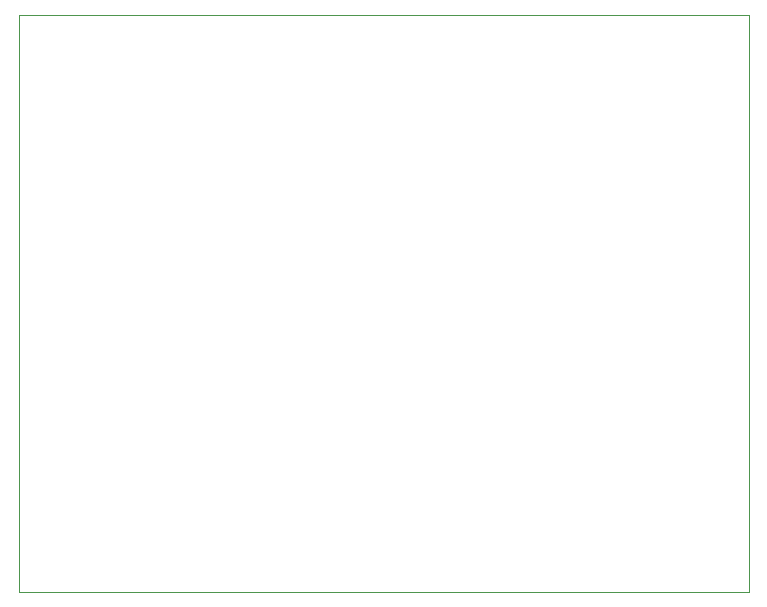
<source format=gbr>
%TF.GenerationSoftware,KiCad,Pcbnew,(5.1.10)-1*%
%TF.CreationDate,2021-09-09T10:08:14-05:00*%
%TF.ProjectId,ControlMotores,436f6e74-726f-46c4-9d6f-746f7265732e,rev?*%
%TF.SameCoordinates,PX6bac358PY737c164*%
%TF.FileFunction,Profile,NP*%
%FSLAX46Y46*%
G04 Gerber Fmt 4.6, Leading zero omitted, Abs format (unit mm)*
G04 Created by KiCad (PCBNEW (5.1.10)-1) date 2021-09-09 10:08:14*
%MOMM*%
%LPD*%
G01*
G04 APERTURE LIST*
%TA.AperFunction,Profile*%
%ADD10C,0.050000*%
%TD*%
G04 APERTURE END LIST*
D10*
X381000Y444500D02*
X381000Y49339500D01*
X62230000Y444500D02*
X381000Y444500D01*
X62230000Y49339500D02*
X62230000Y444500D01*
X381000Y49339500D02*
X62230000Y49339500D01*
M02*

</source>
